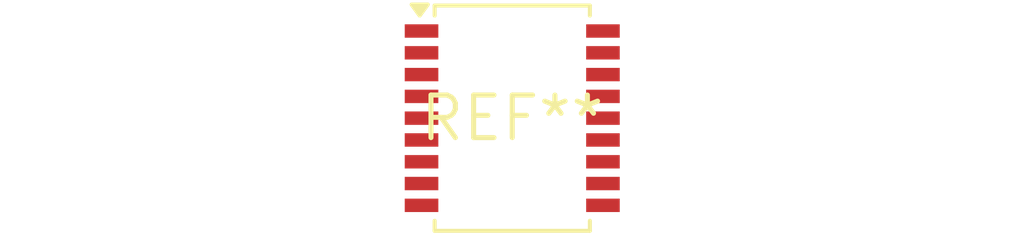
<source format=kicad_pcb>
(kicad_pcb (version 20240108) (generator pcbnew)
  (layers (0 "F.Cu" signal) (31 "B.Cu" signal) (34 "B.Paste" user) (35 "F.Paste" user) (36 "B.SilkS" user "B.Silkscreen") (37 "F.SilkS" user "F.Silkscreen") (38 "B.Mask" user) (39 "F.Mask" user) (44 "Edge.Cuts" user))
  (net 0 "")
  (footprint "SSOP-18_4.4x6.5mm_P0.65mm" (layer "F.Cu") (at 0 0)
    (property "Reference" "REF**")
    (property "Value" "SSOP-18_4.4x6.5mm_P0.65mm")
    (fp_line (start -2.31 -3.36) (end 2.31 -3.36) (layer "F.SilkS") (stroke (width 0.12)))
    (fp_line (start -2.31 -3.06) (end -2.31 -3.36) (layer "F.SilkS") (stroke (width 0.12)))
    (fp_line (start -2.31 3.06) (end -2.31 3.36) (layer "F.SilkS") (stroke (width 0.12)))
    (fp_line (start -2.31 3.36) (end 2.31 3.36) (layer "F.SilkS") (stroke (width 0.12)))
    (fp_line (start 2.31 -3.36) (end 2.31 -3.06) (layer "F.SilkS") (stroke (width 0.12)))
    (fp_line (start 2.31 3.36) (end 2.31 3.06) (layer "F.SilkS") (stroke (width 0.12)))
    (fp_poly (pts (xy -2.755 -3.06) (xy -2.995 -3.39) (xy -2.515 -3.39) (xy -2.755 -3.06)) (layer "F.SilkS") (stroke (width 0.12)) (fill solid))
    (pad "1" smd rect (at -2.7 -2.6) (size 1 0.4) (layers "F.Cu" "F.Paste" "F.Mask"))
    (pad "2" smd rect (at -2.7 -1.95) (size 1 0.4) (layers "F.Cu" "F.Paste" "F.Mask"))
    (pad "3" smd rect (at -2.7 -1.3) (size 1 0.4) (layers "F.Cu" "F.Paste" "F.Mask"))
    (pad "4" smd rect (at -2.7 -0.65) (size 1 0.4) (layers "F.Cu" "F.Paste" "F.Mask"))
    (pad "5" smd rect (at -2.7 0) (size 1 0.4) (layers "F.Cu" "F.Paste" "F.Mask"))
    (pad "6" smd rect (at -2.7 0.65) (size 1 0.4) (layers "F.Cu" "F.Paste" "F.Mask"))
    (pad "7" smd rect (at -2.7 1.3) (size 1 0.4) (layers "F.Cu" "F.Paste" "F.Mask"))
    (pad "8" smd rect (at -2.7 1.95) (size 1 0.4) (layers "F.Cu" "F.Paste" "F.Mask"))
    (pad "9" smd rect (at -2.7 2.6) (size 1 0.4) (layers "F.Cu" "F.Paste" "F.Mask"))
    (pad "10" smd rect (at 2.7 2.6) (size 1 0.4) (layers "F.Cu" "F.Paste" "F.Mask"))
    (pad "11" smd rect (at 2.7 1.95) (size 1 0.4) (layers "F.Cu" "F.Paste" "F.Mask"))
    (pad "12" smd rect (at 2.7 1.3) (size 1 0.4) (layers "F.Cu" "F.Paste" "F.Mask"))
    (pad "13" smd rect (at 2.7 0.65) (size 1 0.4) (layers "F.Cu" "F.Paste" "F.Mask"))
    (pad "14" smd rect (at 2.7 0) (size 1 0.4) (layers "F.Cu" "F.Paste" "F.Mask"))
    (pad "15" smd rect (at 2.7 -0.65) (size 1 0.4) (layers "F.Cu" "F.Paste" "F.Mask"))
    (pad "16" smd rect (at 2.7 -1.3) (size 1 0.4) (layers "F.Cu" "F.Paste" "F.Mask"))
    (pad "17" smd rect (at 2.7 -1.95) (size 1 0.4) (layers "F.Cu" "F.Paste" "F.Mask"))
    (pad "18" smd rect (at 2.7 -2.6) (size 1 0.4) (layers "F.Cu" "F.Paste" "F.Mask"))
  )
)
</source>
